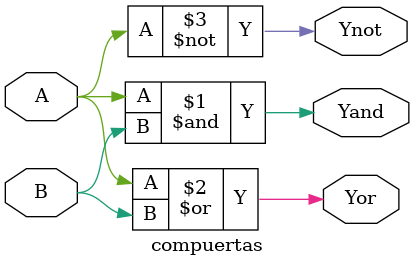
<source format=v>
module compuertas(input A,B, output Yand, Yor, Ynot);
  and C1 (Yand,A,B);
  or C2 (Yor,A,B);
  not C3 (Ynot,A);
endmodule

</source>
